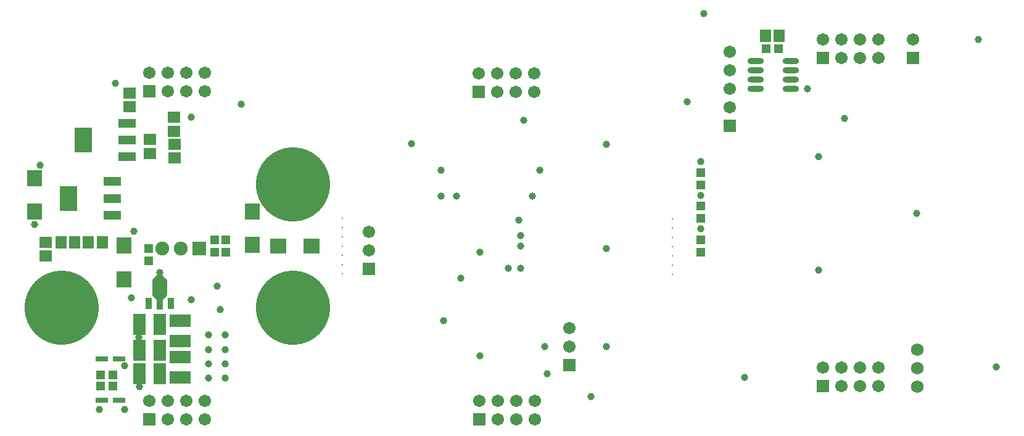
<source format=gbs>
%FSDAX24Y24*%
%MOIN*%
%SFA1B1*%

%IPPOS*%
%ADD70R,0.114300X0.071000*%
%ADD71R,0.051300X0.047400*%
%ADD72R,0.047400X0.051300*%
%ADD73R,0.059200X0.067100*%
%ADD74R,0.067100X0.059200*%
%ADD75R,0.090700X0.080800*%
%ADD76R,0.065100X0.029700*%
%ADD77R,0.080800X0.090700*%
%ADD90C,0.039500*%
%ADD91C,0.401700*%
%ADD92R,0.067100X0.067100*%
%ADD93C,0.067100*%
%ADD94R,0.067100X0.067100*%
%ADD95R,0.074900X0.074900*%
%ADD96C,0.074900*%
%ADD97C,0.068000*%
%ADD98C,0.008000*%
%ADD99R,0.071000X0.114300*%
%ADD100R,0.035600X0.063100*%
%ADD101R,0.035600X0.059200*%
%ADD102O,0.088700X0.031600*%
%ADD103R,0.094600X0.137900*%
%ADD104R,0.094600X0.047400*%
%LNde-180417-1*%
%LPD*%
G36*
X027193Y026916D02*
X027198Y026915D01*
X027203Y026913*
X027208Y026911*
X027212Y026908*
X027216Y026904*
X027433Y026688*
X027436Y026684*
X027439Y026679*
X027441Y026675*
X027443Y026670*
X027444Y026665*
Y026659*
Y025833*
Y025827*
X027443Y025822*
X027441Y025817*
X027439Y025812*
X027436Y025808*
X027433Y025804*
X027216Y025588*
X027212Y025584*
X027208Y025581*
X027203Y025579*
X027198Y025577*
X027193Y025576*
X027188*
X026912*
X026907*
X026902Y025577*
X026897Y025579*
X026892Y025581*
X026888Y025584*
X026884Y025588*
X026667Y025804*
X026664Y025808*
X026661Y025812*
X026659Y025817*
X026657Y025822*
X026656Y025827*
Y025833*
Y026659*
Y026665*
X026657Y026670*
X026659Y026675*
X026661Y026679*
X026664Y026684*
X026667Y026688*
X026884Y026904*
X026888Y026908*
X026892Y026911*
X026897Y026913*
X026902Y026915*
X026907Y026916*
X026912*
X027188*
X027193*
G37*
G54D70*
X028150Y023349D03*
Y024451D03*
Y022501D03*
Y021399D03*
G54D71*
X023865Y020910D03*
X024535D03*
X060485Y039150D03*
X059815D03*
X023865Y021536D03*
X024535D03*
G54D72*
X030640Y028835D03*
Y028165D03*
X030030D03*
Y028835D03*
X026450Y028365D03*
Y027695D03*
X056300Y031800D03*
Y032470D03*
Y029983D03*
Y030652D03*
Y028165D03*
Y028835D03*
G54D73*
X060524Y039850D03*
X059776D03*
X021716Y028680D03*
X022464D03*
X023206D03*
X023954D03*
G54D74*
X020900Y027946D03*
Y028694D03*
X027840Y034706D03*
Y035454D03*
X027850Y033994D03*
Y033246D03*
X026510Y033496D03*
Y034244D03*
X025440Y036016D03*
Y036764D03*
G54D75*
X035256Y028500D03*
X033444D03*
G54D76*
X024859Y020140D03*
X023934D03*
Y022380D03*
X024859D03*
G54D77*
X020300Y030344D03*
Y032156D03*
X032050Y030356D03*
Y028544D03*
X025120Y026704D03*
Y028516D03*
G54D90*
X025150Y019650D03*
X023800D03*
X020600Y032850D03*
X020300Y029650D03*
X024650Y037300D03*
X025650Y029300D03*
X064050Y035400D03*
X055550Y036300D03*
X062657Y033323D03*
X067972Y030255D03*
X062657Y027186D03*
X062050Y037000D03*
X056300Y033050D03*
Y031233D03*
Y029415D03*
X029700Y023675D03*
Y022900D03*
Y022125D03*
Y021350D03*
X030600D03*
Y022125D03*
Y022900D03*
Y023675D03*
X048000Y021600D03*
X050350Y020350D03*
X045900Y027300D03*
X043100Y031187D03*
X044350Y028150D03*
Y022550D03*
X042250Y032600D03*
X047600D03*
X042250Y031187D03*
X047200D03*
X043315Y026750D03*
X042400Y024450D03*
X051200Y023050D03*
Y028350D03*
Y034000D03*
X046450Y029900D03*
X046724Y035300D03*
X047850Y023070D03*
X028750Y035450D03*
X030150Y026330D03*
X031450Y036150D03*
X025530Y025690D03*
X030340Y025060D03*
X025940Y023560D03*
X025950Y020900D03*
X025144Y022024D03*
X027050Y027050D03*
X028773Y025577D03*
X046550Y028500D03*
X046549Y027300D03*
X046550Y029050D03*
X040650Y034020D03*
X056450Y041050D03*
X071280Y039670D03*
X072250Y021950D03*
X058650Y021395D03*
G54D91*
X021750Y025150D03*
X034250D03*
Y031830D03*
G54D92*
X026500Y036850D03*
Y019120D03*
X044290Y036830D03*
X044310Y019120D03*
X062880Y038670D03*
X062900Y020920D03*
G54D93*
X026500Y037850D03*
X027500Y036850D03*
Y037850D03*
X028500Y036850D03*
Y037850D03*
X029500Y036850D03*
Y037850D03*
X026500Y020120D03*
X027500Y019120D03*
Y020120D03*
X028500Y019120D03*
Y020120D03*
X029500Y019120D03*
Y020120D03*
X049200Y024050D03*
Y023050D03*
X044290Y037830D03*
X045290Y036830D03*
Y037830D03*
X046290Y036830D03*
Y037830D03*
X047290Y036830D03*
Y037830D03*
X044310Y020120D03*
X045310Y019120D03*
Y020120D03*
X046310Y019120D03*
Y020120D03*
X047310Y019120D03*
Y020120D03*
X038350Y029250D03*
Y028250D03*
X062880Y039670D03*
X063880Y038670D03*
Y039670D03*
X064880Y038670D03*
Y039670D03*
X065880Y038670D03*
Y039670D03*
X062900Y021920D03*
X063900Y020920D03*
Y021920D03*
X064900Y020920D03*
Y021920D03*
X065900Y020920D03*
Y021920D03*
X057850Y036000D03*
Y037000D03*
Y038000D03*
Y039000D03*
X067750Y039650D03*
G54D94*
X049200Y022050D03*
X038350Y027250D03*
X057850Y035000D03*
X067750Y038650D03*
G54D95*
X029180Y028360D03*
G54D96*
X028180Y028360D03*
X027180D03*
G54D97*
X068000Y022900D03*
Y021900D03*
Y020900D03*
G54D98*
X054750Y029950D03*
Y029450D03*
Y028950D03*
Y028450D03*
Y027950D03*
Y027450D03*
Y026950D03*
X036920Y026990D03*
Y027490D03*
Y027990D03*
Y028490D03*
Y028990D03*
Y029490D03*
Y029990D03*
G54D99*
X027051Y022850D03*
X025949D03*
X027051Y024250D03*
X025949D03*
X027061Y021600D03*
X025959D03*
G54D100*
X027641Y025380D03*
X026459D03*
G54D101*
X027050Y025360D03*
G54D102*
X059245Y037000D03*
Y037500D03*
Y038000D03*
Y038500D03*
X061155Y037000D03*
Y037500D03*
Y038000D03*
Y038500D03*
G54D103*
X022119Y031070D03*
X022919Y034220D03*
G54D104*
X024481Y030164D03*
Y031070D03*
Y031976D03*
X025281Y033314D03*
Y034220D03*
Y035126D03*
M02*
</source>
